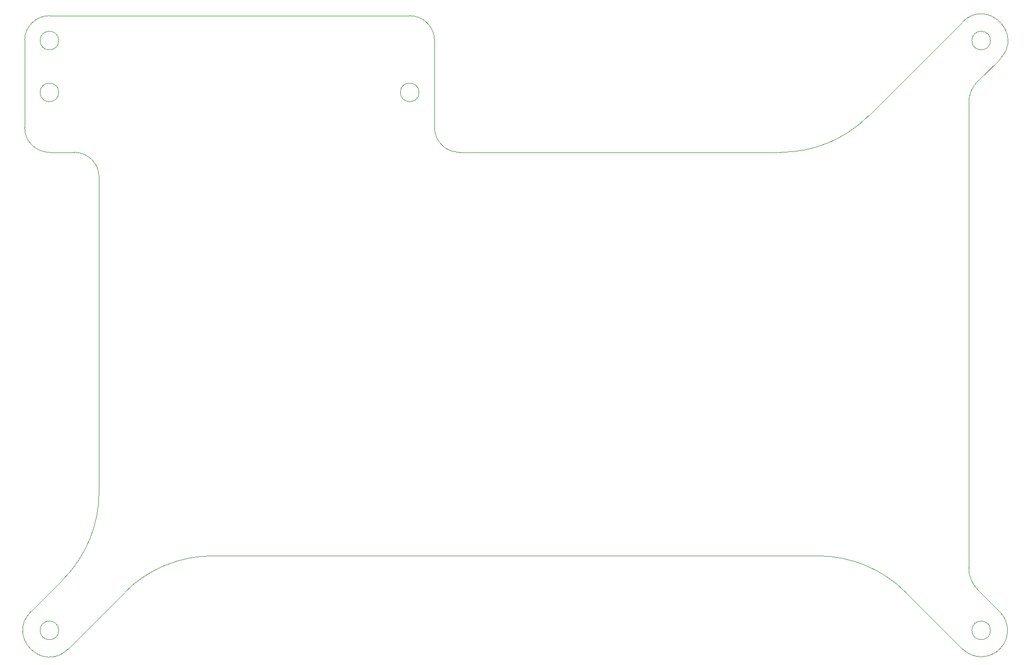
<source format=gbr>
%TF.GenerationSoftware,KiCad,Pcbnew,(5.1.6)-1*%
%TF.CreationDate,2020-07-21T23:35:01+09:00*%
%TF.ProjectId,PWM-PCA9685,50574d2d-5043-4413-9936-38352e6b6963,rev?*%
%TF.SameCoordinates,Original*%
%TF.FileFunction,Profile,NP*%
%FSLAX46Y46*%
G04 Gerber Fmt 4.6, Leading zero omitted, Abs format (unit mm)*
G04 Created by KiCad (PCBNEW (5.1.6)-1) date 2020-07-21 23:35:01*
%MOMM*%
%LPD*%
G01*
G04 APERTURE LIST*
%TA.AperFunction,Profile*%
%ADD10C,0.050000*%
%TD*%
G04 APERTURE END LIST*
D10*
X168000760Y-30079468D02*
G75*
G02*
X169460001Y-26540001I4999240J9468D01*
G01*
X167000001Y-17000001D02*
G75*
G02*
X172999999Y-22999999I2999999J-2999999D01*
G01*
X172999999Y-112000001D02*
G75*
G02*
X167000001Y-117999999I-2999999J-2999999D01*
G01*
X151853290Y-32150977D02*
G75*
G02*
X137710001Y-37999999I-14133290J14150977D01*
G01*
X169464466Y-108465534D02*
G75*
G02*
X168000000Y-104930000I3535534J3535534D01*
G01*
X143730297Y-103003020D02*
G75*
G02*
X157869999Y-108870001I-10297J-19996980D01*
G01*
X173000000Y-23000000D02*
X169460001Y-26540001D01*
X167000000Y-17000000D02*
X151853290Y-32150978D01*
X167000000Y-118000000D02*
X157869999Y-108870001D01*
X173000000Y-112000000D02*
X169464466Y-108465534D01*
X24000000Y-38000000D02*
G75*
G02*
X28000000Y-42000000I0J-4000000D01*
G01*
X20000000Y-38000000D02*
G75*
G02*
X16000000Y-34000000I0J4000000D01*
G01*
X24000000Y-38000000D02*
X20000000Y-38000000D01*
X86000000Y-38000000D02*
G75*
G02*
X82000000Y-34000000I0J4000000D01*
G01*
X82000000Y-20000000D02*
X82000000Y-34000000D01*
X78000000Y-16000000D02*
G75*
G02*
X82000000Y-20000000I0J-4000000D01*
G01*
X20000000Y-16000000D02*
X78000000Y-16000000D01*
X16000000Y-20000000D02*
G75*
G02*
X20000000Y-16000000I4000000J0D01*
G01*
X16000000Y-34000000D02*
X16000000Y-20000000D01*
X22999999Y-117999999D02*
G75*
G02*
X17000001Y-112000001I-2999999J2999999D01*
G01*
X27996980Y-92720000D02*
G75*
G02*
X22140000Y-106860000I-19996980J0D01*
G01*
X32130794Y-108864936D02*
G75*
G02*
X46270000Y-103000000I14149206J-14135064D01*
G01*
X23000000Y-118000000D02*
X32130795Y-108864935D01*
X17000000Y-112000000D02*
X22139999Y-106859999D01*
X137710001Y-37999999D02*
X86000000Y-38000000D01*
X168000000Y-104930000D02*
X168000760Y-30079468D01*
X46270000Y-103000000D02*
X143730297Y-103003019D01*
X28000000Y-42000000D02*
X27996980Y-92720000D01*
X171500000Y-20000000D02*
G75*
G03*
X171500000Y-20000000I-1500000J0D01*
G01*
X171500000Y-115000000D02*
G75*
G03*
X171500000Y-115000000I-1500000J0D01*
G01*
X79500000Y-28350000D02*
G75*
G03*
X79500000Y-28350000I-1500000J0D01*
G01*
X21500000Y-20000000D02*
G75*
G03*
X21500000Y-20000000I-1500000J0D01*
G01*
X21500000Y-28350000D02*
G75*
G03*
X21500000Y-28350000I-1500000J0D01*
G01*
X21500000Y-115000000D02*
G75*
G03*
X21500000Y-115000000I-1500000J0D01*
G01*
M02*

</source>
